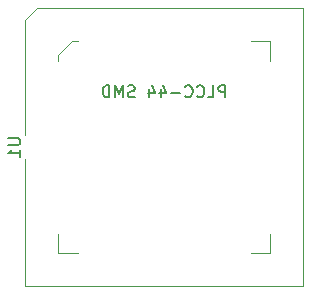
<source format=gbo>
%TF.GenerationSoftware,KiCad,Pcbnew,(5.1.6-0)*%
%TF.CreationDate,2023-01-08T10:47:54+01:00*%
%TF.ProjectId,Raddswi_CIA_Adapter,52616464-7377-4695-9f43-49415f416461,rev?*%
%TF.SameCoordinates,Original*%
%TF.FileFunction,Legend,Bot*%
%TF.FilePolarity,Positive*%
%FSLAX46Y46*%
G04 Gerber Fmt 4.6, Leading zero omitted, Abs format (unit mm)*
G04 Created by KiCad (PCBNEW (5.1.6-0)) date 2023-01-08 10:47:54*
%MOMM*%
%LPD*%
G01*
G04 APERTURE LIST*
%ADD10C,0.150000*%
%ADD11C,0.120000*%
%ADD12C,0.100000*%
G04 APERTURE END LIST*
D10*
X168869666Y-94876880D02*
X168869666Y-93876880D01*
X168488714Y-93876880D01*
X168393476Y-93924500D01*
X168345857Y-93972119D01*
X168298238Y-94067357D01*
X168298238Y-94210214D01*
X168345857Y-94305452D01*
X168393476Y-94353071D01*
X168488714Y-94400690D01*
X168869666Y-94400690D01*
X167393476Y-94876880D02*
X167869666Y-94876880D01*
X167869666Y-93876880D01*
X166488714Y-94781642D02*
X166536333Y-94829261D01*
X166679190Y-94876880D01*
X166774428Y-94876880D01*
X166917285Y-94829261D01*
X167012523Y-94734023D01*
X167060142Y-94638785D01*
X167107761Y-94448309D01*
X167107761Y-94305452D01*
X167060142Y-94114976D01*
X167012523Y-94019738D01*
X166917285Y-93924500D01*
X166774428Y-93876880D01*
X166679190Y-93876880D01*
X166536333Y-93924500D01*
X166488714Y-93972119D01*
X165488714Y-94781642D02*
X165536333Y-94829261D01*
X165679190Y-94876880D01*
X165774428Y-94876880D01*
X165917285Y-94829261D01*
X166012523Y-94734023D01*
X166060142Y-94638785D01*
X166107761Y-94448309D01*
X166107761Y-94305452D01*
X166060142Y-94114976D01*
X166012523Y-94019738D01*
X165917285Y-93924500D01*
X165774428Y-93876880D01*
X165679190Y-93876880D01*
X165536333Y-93924500D01*
X165488714Y-93972119D01*
X165060142Y-94495928D02*
X164298238Y-94495928D01*
X163393476Y-94210214D02*
X163393476Y-94876880D01*
X163631571Y-93829261D02*
X163869666Y-94543547D01*
X163250619Y-94543547D01*
X162441095Y-94210214D02*
X162441095Y-94876880D01*
X162679190Y-93829261D02*
X162917285Y-94543547D01*
X162298238Y-94543547D01*
X161203000Y-94829261D02*
X161060142Y-94876880D01*
X160822047Y-94876880D01*
X160726809Y-94829261D01*
X160679190Y-94781642D01*
X160631571Y-94686404D01*
X160631571Y-94591166D01*
X160679190Y-94495928D01*
X160726809Y-94448309D01*
X160822047Y-94400690D01*
X161012523Y-94353071D01*
X161107761Y-94305452D01*
X161155380Y-94257833D01*
X161203000Y-94162595D01*
X161203000Y-94067357D01*
X161155380Y-93972119D01*
X161107761Y-93924500D01*
X161012523Y-93876880D01*
X160774428Y-93876880D01*
X160631571Y-93924500D01*
X160203000Y-94876880D02*
X160203000Y-93876880D01*
X159869666Y-94591166D01*
X159536333Y-93876880D01*
X159536333Y-94876880D01*
X159060142Y-94876880D02*
X159060142Y-93876880D01*
X158822047Y-93876880D01*
X158679190Y-93924500D01*
X158583952Y-94019738D01*
X158536333Y-94114976D01*
X158488714Y-94305452D01*
X158488714Y-94448309D01*
X158536333Y-94638785D01*
X158583952Y-94734023D01*
X158679190Y-94829261D01*
X158822047Y-94876880D01*
X159060142Y-94876880D01*
D11*
%TO.C,U1*%
X151905380Y-98087940D02*
X151905380Y-88297940D01*
X151905380Y-88297940D02*
X152905380Y-87297940D01*
X152905380Y-87297940D02*
X175485380Y-87297940D01*
X175485380Y-87297940D02*
X175485380Y-110877940D01*
X175485380Y-110877940D02*
X151905380Y-110877940D01*
X151905380Y-110877940D02*
X151905380Y-100087940D01*
D12*
X154720380Y-91762940D02*
X154720380Y-91262940D01*
X154720380Y-91262940D02*
X155870380Y-90112940D01*
X155870380Y-90112940D02*
X156370380Y-90112940D01*
X154720380Y-106412940D02*
X154720380Y-108062940D01*
X154720380Y-108062940D02*
X156370380Y-108062940D01*
X172670380Y-91762940D02*
X172670380Y-90112940D01*
X172670380Y-90112940D02*
X171020380Y-90112940D01*
X172670380Y-106412940D02*
X172670380Y-108062940D01*
X172670380Y-108062940D02*
X171020380Y-108062940D01*
D10*
X150507760Y-98326035D02*
X151317284Y-98326035D01*
X151412522Y-98373654D01*
X151460141Y-98421273D01*
X151507760Y-98516511D01*
X151507760Y-98706987D01*
X151460141Y-98802225D01*
X151412522Y-98849844D01*
X151317284Y-98897463D01*
X150507760Y-98897463D01*
X151507760Y-99897463D02*
X151507760Y-99326035D01*
X151507760Y-99611749D02*
X150507760Y-99611749D01*
X150650618Y-99516511D01*
X150745856Y-99421273D01*
X150793475Y-99326035D01*
%TD*%
M02*

</source>
